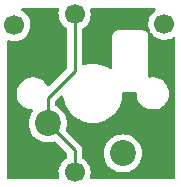
<source format=gbr>
G04 #@! TF.GenerationSoftware,KiCad,Pcbnew,(6.0.1)*
G04 #@! TF.CreationDate,2022-02-15T16:57:21-06:00*
G04 #@! TF.ProjectId,1u Hand Wire Helpers,31752048-616e-4642-9057-697265204865,rev?*
G04 #@! TF.SameCoordinates,Original*
G04 #@! TF.FileFunction,Copper,L1,Top*
G04 #@! TF.FilePolarity,Positive*
%FSLAX46Y46*%
G04 Gerber Fmt 4.6, Leading zero omitted, Abs format (unit mm)*
G04 Created by KiCad (PCBNEW (6.0.1)) date 2022-02-15 16:57:21*
%MOMM*%
%LPD*%
G01*
G04 APERTURE LIST*
G04 #@! TA.AperFunction,ComponentPad*
%ADD10C,1.700000*%
G04 #@! TD*
G04 #@! TA.AperFunction,ComponentPad*
%ADD11C,2.200000*%
G04 #@! TD*
G04 #@! TA.AperFunction,Conductor*
%ADD12C,0.250000*%
G04 #@! TD*
G04 APERTURE END LIST*
D10*
X140298000Y-90334000D03*
X152998000Y-90234000D03*
X145398000Y-89434000D03*
X145398000Y-102834000D03*
D11*
X149479000Y-101219000D03*
X143129000Y-98679000D03*
D12*
X145415000Y-94221998D02*
X145415000Y-89451000D01*
X145415000Y-102817000D02*
X145398000Y-102834000D01*
X143129000Y-96507998D02*
X145415000Y-94221998D01*
X143129000Y-98679000D02*
X143129000Y-96507998D01*
X145415000Y-100965000D02*
X145415000Y-102817000D01*
X145415000Y-89451000D02*
X145398000Y-89434000D01*
X143129000Y-98679000D02*
X145415000Y-100965000D01*
G04 #@! TA.AperFunction,NonConductor*
G36*
X152202472Y-88920002D02*
G01*
X152248965Y-88973658D01*
X152259069Y-89043932D01*
X152229575Y-89108512D01*
X152210004Y-89126760D01*
X152097326Y-89211361D01*
X152092965Y-89214635D01*
X151938629Y-89376138D01*
X151812743Y-89560680D01*
X151718688Y-89763305D01*
X151658989Y-89978570D01*
X151635251Y-90200695D01*
X151635548Y-90205848D01*
X151635548Y-90205851D01*
X151642744Y-90330646D01*
X151648110Y-90423715D01*
X151649247Y-90428761D01*
X151649248Y-90428767D01*
X151660382Y-90478171D01*
X151697222Y-90641639D01*
X151758673Y-90792976D01*
X151776738Y-90837464D01*
X151781266Y-90848616D01*
X151814888Y-90903482D01*
X151892230Y-91029693D01*
X151897987Y-91039088D01*
X151901367Y-91042990D01*
X151912352Y-91055671D01*
X152044250Y-91207938D01*
X152216126Y-91350632D01*
X152409000Y-91463338D01*
X152617692Y-91543030D01*
X152622760Y-91544061D01*
X152622763Y-91544062D01*
X152717508Y-91563338D01*
X152836597Y-91587567D01*
X152841772Y-91587757D01*
X152841774Y-91587757D01*
X153054673Y-91595564D01*
X153054677Y-91595564D01*
X153059837Y-91595753D01*
X153064957Y-91595097D01*
X153064959Y-91595097D01*
X153276288Y-91568025D01*
X153276289Y-91568025D01*
X153281416Y-91567368D01*
X153312378Y-91558079D01*
X153490429Y-91504661D01*
X153490434Y-91504659D01*
X153495384Y-91503174D01*
X153695994Y-91404896D01*
X153724831Y-91384327D01*
X153791905Y-91361053D01*
X153860913Y-91377736D01*
X153909947Y-91429079D01*
X153924000Y-91486905D01*
X153924000Y-103252000D01*
X153903998Y-103320121D01*
X153850342Y-103366614D01*
X153798000Y-103378000D01*
X146822581Y-103378000D01*
X146754460Y-103357998D01*
X146707967Y-103304342D01*
X146697863Y-103234068D01*
X146702022Y-103215372D01*
X146728867Y-103127015D01*
X146730370Y-103122069D01*
X146759529Y-102900590D01*
X146761156Y-102834000D01*
X146742852Y-102611361D01*
X146688431Y-102394702D01*
X146599354Y-102189840D01*
X146478014Y-102002277D01*
X146327670Y-101837051D01*
X146323619Y-101833852D01*
X146323615Y-101833848D01*
X146156414Y-101701800D01*
X146156410Y-101701798D01*
X146152359Y-101698598D01*
X146113607Y-101677206D01*
X146063636Y-101626773D01*
X146048500Y-101566897D01*
X146048500Y-101219000D01*
X147865526Y-101219000D01*
X147885391Y-101471403D01*
X147944495Y-101717591D01*
X147946388Y-101722162D01*
X147946389Y-101722164D01*
X147995559Y-101840870D01*
X148041384Y-101951502D01*
X148173672Y-102167376D01*
X148338102Y-102359898D01*
X148530624Y-102524328D01*
X148746498Y-102656616D01*
X148751068Y-102658509D01*
X148751072Y-102658511D01*
X148975836Y-102751611D01*
X148980409Y-102753505D01*
X149065032Y-102773821D01*
X149221784Y-102811454D01*
X149221790Y-102811455D01*
X149226597Y-102812609D01*
X149479000Y-102832474D01*
X149731403Y-102812609D01*
X149736210Y-102811455D01*
X149736216Y-102811454D01*
X149892968Y-102773821D01*
X149977591Y-102753505D01*
X149982164Y-102751611D01*
X150206928Y-102658511D01*
X150206932Y-102658509D01*
X150211502Y-102656616D01*
X150427376Y-102524328D01*
X150619898Y-102359898D01*
X150784328Y-102167376D01*
X150916616Y-101951502D01*
X150962442Y-101840870D01*
X151011611Y-101722164D01*
X151011612Y-101722162D01*
X151013505Y-101717591D01*
X151072609Y-101471403D01*
X151092474Y-101219000D01*
X151072609Y-100966597D01*
X151070309Y-100957014D01*
X151032333Y-100798832D01*
X151013505Y-100720409D01*
X150984742Y-100650968D01*
X150918511Y-100491072D01*
X150918509Y-100491068D01*
X150916616Y-100486498D01*
X150784328Y-100270624D01*
X150619898Y-100078102D01*
X150427376Y-99913672D01*
X150211502Y-99781384D01*
X150206932Y-99779491D01*
X150206928Y-99779489D01*
X149982164Y-99686389D01*
X149982162Y-99686388D01*
X149977591Y-99684495D01*
X149892968Y-99664179D01*
X149736216Y-99626546D01*
X149736210Y-99626545D01*
X149731403Y-99625391D01*
X149479000Y-99605526D01*
X149226597Y-99625391D01*
X149221790Y-99626545D01*
X149221784Y-99626546D01*
X149065032Y-99664179D01*
X148980409Y-99684495D01*
X148975838Y-99686388D01*
X148975836Y-99686389D01*
X148751072Y-99779489D01*
X148751068Y-99779491D01*
X148746498Y-99781384D01*
X148530624Y-99913672D01*
X148338102Y-100078102D01*
X148173672Y-100270624D01*
X148041384Y-100486498D01*
X148039491Y-100491068D01*
X148039489Y-100491072D01*
X147973258Y-100650968D01*
X147944495Y-100720409D01*
X147925667Y-100798832D01*
X147887692Y-100957014D01*
X147885391Y-100966597D01*
X147865526Y-101219000D01*
X146048500Y-101219000D01*
X146048500Y-101043767D01*
X146049027Y-101032584D01*
X146050702Y-101025091D01*
X146048562Y-100957014D01*
X146048500Y-100953055D01*
X146048500Y-100925144D01*
X146047995Y-100921144D01*
X146047062Y-100909301D01*
X146045922Y-100873029D01*
X146045673Y-100865110D01*
X146040022Y-100845658D01*
X146036014Y-100826306D01*
X146034467Y-100814063D01*
X146033474Y-100806203D01*
X146030556Y-100798832D01*
X146017200Y-100765097D01*
X146013355Y-100753870D01*
X146003633Y-100720409D01*
X146001018Y-100711407D01*
X145996984Y-100704585D01*
X145996981Y-100704579D01*
X145990706Y-100693968D01*
X145982010Y-100676218D01*
X145977472Y-100664756D01*
X145977469Y-100664751D01*
X145974552Y-100657383D01*
X145948573Y-100621625D01*
X145942057Y-100611707D01*
X145923575Y-100580457D01*
X145919542Y-100573637D01*
X145905218Y-100559313D01*
X145892376Y-100544278D01*
X145880472Y-100527893D01*
X145846406Y-100499711D01*
X145837627Y-100491722D01*
X144682030Y-99336125D01*
X144648004Y-99273813D01*
X144654715Y-99198815D01*
X144661612Y-99182163D01*
X144661615Y-99182154D01*
X144663505Y-99177591D01*
X144722609Y-98931403D01*
X144742474Y-98679000D01*
X144722609Y-98426597D01*
X144702600Y-98343250D01*
X144664660Y-98185221D01*
X144663505Y-98180409D01*
X144661611Y-98175836D01*
X144568511Y-97951072D01*
X144568509Y-97951068D01*
X144566616Y-97946498D01*
X144434328Y-97730624D01*
X144269898Y-97538102D01*
X144077376Y-97373672D01*
X143861502Y-97241384D01*
X143856925Y-97239488D01*
X143840280Y-97232593D01*
X143785000Y-97188044D01*
X143762500Y-97116185D01*
X143762500Y-96822592D01*
X143782502Y-96754471D01*
X143799405Y-96733497D01*
X144226828Y-96306074D01*
X144289140Y-96272048D01*
X144359955Y-96277113D01*
X144416791Y-96319660D01*
X144440929Y-96379377D01*
X144470060Y-96609975D01*
X144548557Y-96915702D01*
X144550010Y-96919371D01*
X144550010Y-96919372D01*
X144661268Y-97200376D01*
X144664753Y-97209179D01*
X144666659Y-97212647D01*
X144666660Y-97212648D01*
X144800603Y-97456287D01*
X144816816Y-97485779D01*
X145002346Y-97741140D01*
X145181577Y-97932001D01*
X145199486Y-97951072D01*
X145218418Y-97971233D01*
X145461625Y-98172432D01*
X145728131Y-98341562D01*
X145731710Y-98343246D01*
X145731717Y-98343250D01*
X146010144Y-98474267D01*
X146010148Y-98474269D01*
X146013734Y-98475956D01*
X146313928Y-98573495D01*
X146623980Y-98632641D01*
X146860162Y-98647500D01*
X147017838Y-98647500D01*
X147254020Y-98632641D01*
X147564072Y-98573495D01*
X147864266Y-98475956D01*
X147867852Y-98474269D01*
X147867856Y-98474267D01*
X148146283Y-98343250D01*
X148146290Y-98343246D01*
X148149869Y-98341562D01*
X148416375Y-98172432D01*
X148659582Y-97971233D01*
X148678515Y-97951072D01*
X148696423Y-97932001D01*
X148875654Y-97741140D01*
X149061184Y-97485779D01*
X149077398Y-97456287D01*
X149211340Y-97212648D01*
X149211341Y-97212647D01*
X149213247Y-97209179D01*
X149216733Y-97200376D01*
X149327990Y-96919372D01*
X149327990Y-96919371D01*
X149329443Y-96915702D01*
X149407940Y-96609975D01*
X149447500Y-96296821D01*
X149447500Y-96138000D01*
X149467502Y-96069879D01*
X149521158Y-96023386D01*
X149573500Y-96012000D01*
X150533387Y-96012000D01*
X150601508Y-96032002D01*
X150648001Y-96085658D01*
X150659298Y-96133273D01*
X150661724Y-96197895D01*
X150665751Y-96305158D01*
X150713093Y-96530791D01*
X150797776Y-96745221D01*
X150917377Y-96942317D01*
X150920874Y-96946347D01*
X151007438Y-97046103D01*
X151068477Y-97116445D01*
X151072608Y-97119832D01*
X151242627Y-97259240D01*
X151242633Y-97259244D01*
X151246755Y-97262624D01*
X151251391Y-97265263D01*
X151251394Y-97265265D01*
X151360422Y-97327327D01*
X151447114Y-97376675D01*
X151663825Y-97455337D01*
X151669074Y-97456286D01*
X151669077Y-97456287D01*
X151886608Y-97495623D01*
X151886615Y-97495624D01*
X151890692Y-97496361D01*
X151908414Y-97497197D01*
X151913356Y-97497430D01*
X151913363Y-97497430D01*
X151914844Y-97497500D01*
X152076890Y-97497500D01*
X152143809Y-97491822D01*
X152243409Y-97483371D01*
X152243413Y-97483370D01*
X152248720Y-97482920D01*
X152253875Y-97481582D01*
X152253881Y-97481581D01*
X152466703Y-97426343D01*
X152466707Y-97426342D01*
X152471872Y-97425001D01*
X152476738Y-97422809D01*
X152476741Y-97422808D01*
X152677202Y-97332507D01*
X152682075Y-97330312D01*
X152873319Y-97201559D01*
X152887487Y-97188044D01*
X153036278Y-97046103D01*
X153040135Y-97042424D01*
X153177754Y-96857458D01*
X153222016Y-96770402D01*
X153279822Y-96656704D01*
X153282240Y-96651949D01*
X153295274Y-96609975D01*
X153349024Y-96436871D01*
X153350607Y-96431773D01*
X153351308Y-96426484D01*
X153380198Y-96208511D01*
X153380198Y-96208506D01*
X153380898Y-96203226D01*
X153372249Y-95972842D01*
X153324907Y-95747209D01*
X153240224Y-95532779D01*
X153120623Y-95335683D01*
X153033755Y-95235576D01*
X152973023Y-95165588D01*
X152973021Y-95165586D01*
X152969523Y-95161555D01*
X152927970Y-95127484D01*
X152795373Y-95018760D01*
X152795367Y-95018756D01*
X152791245Y-95015376D01*
X152786609Y-95012737D01*
X152786606Y-95012735D01*
X152595529Y-94903968D01*
X152590886Y-94901325D01*
X152374175Y-94822663D01*
X152368926Y-94821714D01*
X152368923Y-94821713D01*
X152151392Y-94782377D01*
X152151385Y-94782376D01*
X152147308Y-94781639D01*
X152129586Y-94780803D01*
X152124644Y-94780570D01*
X152124637Y-94780570D01*
X152123156Y-94780500D01*
X151961110Y-94780500D01*
X151789280Y-94795080D01*
X151784967Y-94796199D01*
X151714711Y-94787990D01*
X151659843Y-94742935D01*
X151638000Y-94672031D01*
X151638000Y-91321702D01*
X151638002Y-91320932D01*
X151638274Y-91276411D01*
X151638476Y-91243348D01*
X151636010Y-91234719D01*
X151636009Y-91234714D01*
X151630361Y-91214952D01*
X151626783Y-91198191D01*
X151623870Y-91177848D01*
X151623867Y-91177838D01*
X151622595Y-91168955D01*
X151611979Y-91145605D01*
X151605536Y-91128093D01*
X151600954Y-91112063D01*
X151598488Y-91103435D01*
X151582726Y-91078452D01*
X151574596Y-91063386D01*
X151562367Y-91036490D01*
X151545626Y-91017061D01*
X151534521Y-91002053D01*
X151525630Y-90987961D01*
X151520840Y-90980369D01*
X151498703Y-90960818D01*
X151486659Y-90948626D01*
X151473239Y-90933051D01*
X151473237Y-90933050D01*
X151467381Y-90926253D01*
X151459853Y-90921374D01*
X151459850Y-90921371D01*
X151445861Y-90912304D01*
X151430987Y-90901014D01*
X151418502Y-90889988D01*
X151411772Y-90884044D01*
X151403646Y-90880229D01*
X151403645Y-90880228D01*
X151397979Y-90877568D01*
X151385034Y-90871490D01*
X151370065Y-90863176D01*
X151345273Y-90847107D01*
X151320709Y-90839761D01*
X151303264Y-90833099D01*
X151298827Y-90831016D01*
X151280052Y-90822201D01*
X151250870Y-90817657D01*
X151234151Y-90813874D01*
X151214464Y-90807986D01*
X151214461Y-90807985D01*
X151205859Y-90805413D01*
X151196884Y-90805358D01*
X151196883Y-90805358D01*
X151190190Y-90805317D01*
X151171444Y-90805203D01*
X151170672Y-90805170D01*
X151169577Y-90805000D01*
X151138702Y-90805000D01*
X151137932Y-90804998D01*
X151064284Y-90804548D01*
X151064283Y-90804548D01*
X151060348Y-90804524D01*
X151059004Y-90804908D01*
X151057659Y-90805000D01*
X149106702Y-90805000D01*
X149105932Y-90804998D01*
X149105078Y-90804993D01*
X149028348Y-90804524D01*
X149019719Y-90806990D01*
X149019714Y-90806991D01*
X148999952Y-90812639D01*
X148983191Y-90816217D01*
X148962848Y-90819130D01*
X148962838Y-90819133D01*
X148953955Y-90820405D01*
X148930605Y-90831021D01*
X148913093Y-90837464D01*
X148905057Y-90839761D01*
X148888435Y-90844512D01*
X148863452Y-90860274D01*
X148848386Y-90868404D01*
X148821490Y-90880633D01*
X148802061Y-90897374D01*
X148787053Y-90908479D01*
X148765369Y-90922160D01*
X148759427Y-90928888D01*
X148745819Y-90944296D01*
X148733627Y-90956340D01*
X148711253Y-90975619D01*
X148706374Y-90983147D01*
X148706371Y-90983150D01*
X148697304Y-90997139D01*
X148686014Y-91012013D01*
X148669044Y-91031228D01*
X148665229Y-91039354D01*
X148665228Y-91039355D01*
X148662737Y-91044661D01*
X148656490Y-91057966D01*
X148648176Y-91072935D01*
X148632107Y-91097727D01*
X148629535Y-91106327D01*
X148624761Y-91122290D01*
X148618099Y-91139736D01*
X148607201Y-91162948D01*
X148602658Y-91192128D01*
X148598874Y-91208849D01*
X148592986Y-91228536D01*
X148592985Y-91228539D01*
X148590413Y-91237141D01*
X148590358Y-91246116D01*
X148590358Y-91246117D01*
X148590203Y-91271546D01*
X148590170Y-91272328D01*
X148590000Y-91273423D01*
X148590000Y-91304298D01*
X148589998Y-91305068D01*
X148589524Y-91382652D01*
X148589908Y-91383996D01*
X148590000Y-91385341D01*
X148590000Y-93986561D01*
X148569998Y-94054682D01*
X148516342Y-94101175D01*
X148446068Y-94111279D01*
X148396486Y-94092946D01*
X148153216Y-93938562D01*
X148153215Y-93938562D01*
X148149869Y-93936438D01*
X148146290Y-93934754D01*
X148146283Y-93934750D01*
X147867856Y-93803733D01*
X147867852Y-93803731D01*
X147864266Y-93802044D01*
X147564072Y-93704505D01*
X147254020Y-93645359D01*
X147017838Y-93630500D01*
X146860162Y-93630500D01*
X146623980Y-93645359D01*
X146313928Y-93704505D01*
X146310151Y-93705732D01*
X146310152Y-93705732D01*
X146213436Y-93737157D01*
X146142469Y-93739185D01*
X146081671Y-93702522D01*
X146050345Y-93638810D01*
X146048500Y-93617324D01*
X146048500Y-90703667D01*
X146068502Y-90635546D01*
X146101331Y-90601089D01*
X146277860Y-90475173D01*
X146324429Y-90428767D01*
X146432435Y-90321137D01*
X146436096Y-90317489D01*
X146495594Y-90234689D01*
X146563435Y-90140277D01*
X146566453Y-90136077D01*
X146578669Y-90111361D01*
X146663136Y-89940453D01*
X146663137Y-89940451D01*
X146665430Y-89935811D01*
X146730370Y-89722069D01*
X146759529Y-89500590D01*
X146761156Y-89434000D01*
X146742852Y-89211361D01*
X146740451Y-89201800D01*
X146704003Y-89056695D01*
X146706807Y-88985754D01*
X146747520Y-88927591D01*
X146813215Y-88900672D01*
X146826207Y-88900000D01*
X152134351Y-88900000D01*
X152202472Y-88920002D01*
G37*
G04 #@! TD.AperFunction*
G04 #@! TA.AperFunction,NonConductor*
G36*
X144038667Y-88920002D02*
G01*
X144085160Y-88973658D01*
X144095264Y-89043932D01*
X144091965Y-89059665D01*
X144058989Y-89178570D01*
X144035251Y-89400695D01*
X144035548Y-89405848D01*
X144035548Y-89405851D01*
X144040888Y-89498457D01*
X144048110Y-89623715D01*
X144049247Y-89628761D01*
X144049248Y-89628767D01*
X144069119Y-89716939D01*
X144097222Y-89841639D01*
X144181266Y-90048616D01*
X144297987Y-90239088D01*
X144444250Y-90407938D01*
X144616126Y-90550632D01*
X144719070Y-90610787D01*
X144767794Y-90662425D01*
X144781500Y-90719575D01*
X144781500Y-93907403D01*
X144761498Y-93975524D01*
X144744595Y-93996498D01*
X143242123Y-95498970D01*
X143179811Y-95532996D01*
X143108996Y-95527931D01*
X143052160Y-95485384D01*
X143045309Y-95475241D01*
X142963390Y-95340243D01*
X142960623Y-95335683D01*
X142873755Y-95235576D01*
X142813023Y-95165588D01*
X142813021Y-95165586D01*
X142809523Y-95161555D01*
X142767970Y-95127484D01*
X142635373Y-95018760D01*
X142635367Y-95018756D01*
X142631245Y-95015376D01*
X142626609Y-95012737D01*
X142626606Y-95012735D01*
X142435529Y-94903968D01*
X142430886Y-94901325D01*
X142214175Y-94822663D01*
X142208926Y-94821714D01*
X142208923Y-94821713D01*
X141991392Y-94782377D01*
X141991385Y-94782376D01*
X141987308Y-94781639D01*
X141969586Y-94780803D01*
X141964644Y-94780570D01*
X141964637Y-94780570D01*
X141963156Y-94780500D01*
X141801110Y-94780500D01*
X141734191Y-94786178D01*
X141634591Y-94794629D01*
X141634587Y-94794630D01*
X141629280Y-94795080D01*
X141624125Y-94796418D01*
X141624119Y-94796419D01*
X141411297Y-94851657D01*
X141411293Y-94851658D01*
X141406128Y-94852999D01*
X141401262Y-94855191D01*
X141401259Y-94855192D01*
X141292980Y-94903968D01*
X141195925Y-94947688D01*
X141004681Y-95076441D01*
X140837865Y-95235576D01*
X140700246Y-95420542D01*
X140697830Y-95425293D01*
X140697828Y-95425297D01*
X140667279Y-95485384D01*
X140595760Y-95626051D01*
X140594178Y-95631145D01*
X140594177Y-95631148D01*
X140532115Y-95831020D01*
X140527393Y-95846227D01*
X140526692Y-95851516D01*
X140503913Y-96023386D01*
X140497102Y-96074774D01*
X140497302Y-96080103D01*
X140497302Y-96080105D01*
X140498139Y-96102402D01*
X140505751Y-96305158D01*
X140553093Y-96530791D01*
X140637776Y-96745221D01*
X140757377Y-96942317D01*
X140760874Y-96946347D01*
X140847438Y-97046103D01*
X140908477Y-97116445D01*
X140912608Y-97119832D01*
X141082627Y-97259240D01*
X141082633Y-97259244D01*
X141086755Y-97262624D01*
X141091391Y-97265263D01*
X141091394Y-97265265D01*
X141200422Y-97327327D01*
X141287114Y-97376675D01*
X141503825Y-97455337D01*
X141509074Y-97456286D01*
X141509077Y-97456287D01*
X141726608Y-97495623D01*
X141726615Y-97495624D01*
X141730692Y-97496361D01*
X141754844Y-97497500D01*
X141754815Y-97498117D01*
X141820232Y-97519055D01*
X141865415Y-97573818D01*
X141873818Y-97644316D01*
X141845381Y-97705206D01*
X141823672Y-97730624D01*
X141691384Y-97946498D01*
X141689491Y-97951068D01*
X141689489Y-97951072D01*
X141596389Y-98175836D01*
X141594495Y-98180409D01*
X141593340Y-98185221D01*
X141555401Y-98343250D01*
X141535391Y-98426597D01*
X141515526Y-98679000D01*
X141535391Y-98931403D01*
X141594495Y-99177591D01*
X141596388Y-99182162D01*
X141596389Y-99182164D01*
X141635503Y-99276592D01*
X141691384Y-99411502D01*
X141823672Y-99627376D01*
X141988102Y-99819898D01*
X142180624Y-99984328D01*
X142396498Y-100116616D01*
X142401068Y-100118509D01*
X142401072Y-100118511D01*
X142609188Y-100204715D01*
X142630409Y-100213505D01*
X142707568Y-100232029D01*
X142871784Y-100271454D01*
X142871790Y-100271455D01*
X142876597Y-100272609D01*
X143129000Y-100292474D01*
X143381403Y-100272609D01*
X143386210Y-100271455D01*
X143386216Y-100271454D01*
X143550432Y-100232029D01*
X143627591Y-100213505D01*
X143648812Y-100204715D01*
X143719402Y-100197126D01*
X143786125Y-100232029D01*
X144744595Y-101190499D01*
X144778621Y-101252811D01*
X144781500Y-101279594D01*
X144781500Y-101546842D01*
X144761498Y-101614963D01*
X144713682Y-101658604D01*
X144671607Y-101680507D01*
X144492965Y-101814635D01*
X144338629Y-101976138D01*
X144212743Y-102160680D01*
X144118688Y-102363305D01*
X144058989Y-102578570D01*
X144035251Y-102800695D01*
X144035548Y-102805848D01*
X144035548Y-102805851D01*
X144041011Y-102900590D01*
X144048110Y-103023715D01*
X144049247Y-103028761D01*
X144049248Y-103028767D01*
X144093314Y-103224299D01*
X144088778Y-103295151D01*
X144046656Y-103352302D01*
X143980323Y-103377608D01*
X143970397Y-103378000D01*
X139826000Y-103378000D01*
X139757879Y-103357998D01*
X139711386Y-103304342D01*
X139700000Y-103252000D01*
X139700000Y-91742891D01*
X139720002Y-91674770D01*
X139773658Y-91628277D01*
X139843932Y-91618173D01*
X139870948Y-91625181D01*
X139912856Y-91641184D01*
X139912864Y-91641186D01*
X139917692Y-91643030D01*
X139922760Y-91644061D01*
X139922763Y-91644062D01*
X140030017Y-91665883D01*
X140136597Y-91687567D01*
X140141772Y-91687757D01*
X140141774Y-91687757D01*
X140354673Y-91695564D01*
X140354677Y-91695564D01*
X140359837Y-91695753D01*
X140364957Y-91695097D01*
X140364959Y-91695097D01*
X140576288Y-91668025D01*
X140576289Y-91668025D01*
X140581416Y-91667368D01*
X140586366Y-91665883D01*
X140790429Y-91604661D01*
X140790434Y-91604659D01*
X140795384Y-91603174D01*
X140995994Y-91504896D01*
X141177860Y-91375173D01*
X141192030Y-91361053D01*
X141332435Y-91221137D01*
X141336096Y-91217489D01*
X141340587Y-91211240D01*
X141463435Y-91040277D01*
X141466453Y-91036077D01*
X141475847Y-91017071D01*
X141563136Y-90840453D01*
X141563137Y-90840451D01*
X141565430Y-90835811D01*
X141626275Y-90635546D01*
X141628865Y-90627023D01*
X141628865Y-90627021D01*
X141630370Y-90622069D01*
X141659529Y-90400590D01*
X141661156Y-90334000D01*
X141642852Y-90111361D01*
X141588431Y-89894702D01*
X141499354Y-89689840D01*
X141415797Y-89560680D01*
X141380822Y-89506617D01*
X141380820Y-89506614D01*
X141378014Y-89502277D01*
X141227670Y-89337051D01*
X141223619Y-89333852D01*
X141223615Y-89333848D01*
X141056414Y-89201800D01*
X141056410Y-89201798D01*
X141052359Y-89198598D01*
X140939522Y-89136309D01*
X140889551Y-89085876D01*
X140874779Y-89016433D01*
X140899895Y-88950028D01*
X140956926Y-88907743D01*
X141000415Y-88900000D01*
X143970546Y-88900000D01*
X144038667Y-88920002D01*
G37*
G04 #@! TD.AperFunction*
M02*

</source>
